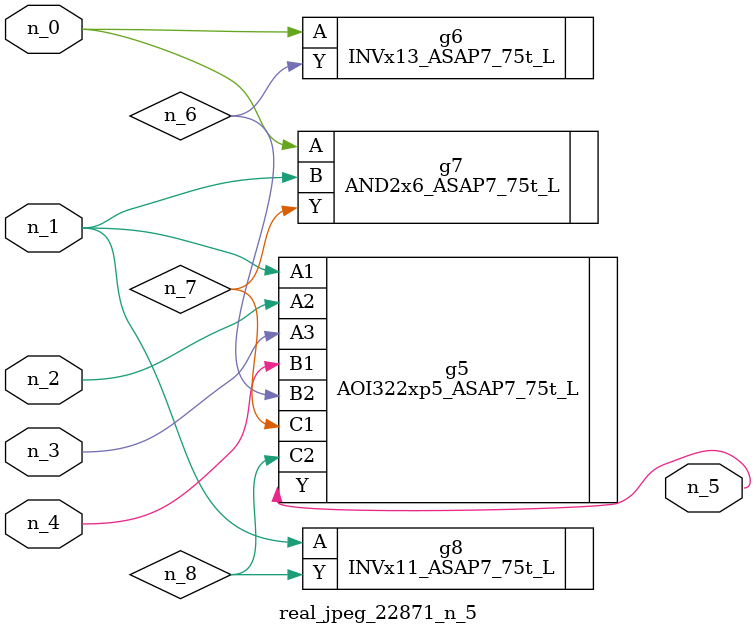
<source format=v>
module real_jpeg_22871_n_5 (n_4, n_0, n_1, n_2, n_3, n_5);

input n_4;
input n_0;
input n_1;
input n_2;
input n_3;

output n_5;

wire n_8;
wire n_6;
wire n_7;

INVx13_ASAP7_75t_L g6 ( 
.A(n_0),
.Y(n_6)
);

AND2x6_ASAP7_75t_L g7 ( 
.A(n_0),
.B(n_1),
.Y(n_7)
);

AOI322xp5_ASAP7_75t_L g5 ( 
.A1(n_1),
.A2(n_2),
.A3(n_3),
.B1(n_4),
.B2(n_6),
.C1(n_7),
.C2(n_8),
.Y(n_5)
);

INVx11_ASAP7_75t_L g8 ( 
.A(n_1),
.Y(n_8)
);


endmodule
</source>
